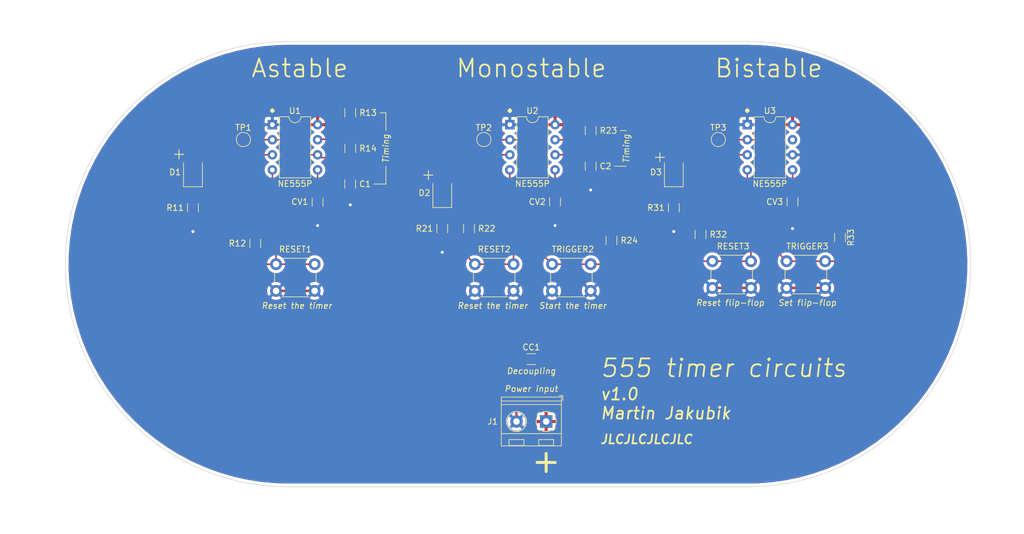
<source format=kicad_pcb>
(kicad_pcb (version 20171130) (host pcbnew "(5.1.8-0-10_14)")
  (title_block (title "555 timer circuits") (date 2021-01-01) (rev v1.0) (company "Martin Jakubik"))
  (layers (0 F.Cu signal) (31 B.Cu signal) (35 F.Paste user) (37 F.SilkS user) (38 B.Mask user) (39 F.Mask user) (44 Edge.Cuts user))
  (net 0 "")
  (net 1 ASTABLE_TRIGGER)
  (net 2 GND)
  (net 3 "Net-(C2-Pad2)")
  (net 4 "Net-(CV1-Pad1)")
  (net 5 "Net-(CV2-Pad1)")
  (net 6 "Net-(CV3-Pad1)")
  (net 7 ASTABLE_OUT)
  (net 8 "Net-(D1-Pad1)")
  (net 9 MONOSTABLE_OUT)
  (net 10 "Net-(D2-Pad1)")
  (net 11 BISTABLE_OUT)
  (net 12 "Net-(D3-Pad1)")
  (net 13 VCC)
  (net 14 ASTABLE_RESET)
  (net 15 "Net-(R13-Pad2)")
  (net 16 MONOSTABLE_RESET)
  (net 17 MONOSTABLE_TRIGGER)
  (net 18 BISTABLE_RESET)
  (net 19 BISTABLE_TRIGGER)
  (module Capacitor_SMD:C_1206_3216Metric_Pad1.33x1.80mm_HandSolder (layer F.Cu) (at 148.5 138.5)
    (fp_text reference CC1 (at 0 -2) (layer F.SilkS))
    (fp_text value 100n)
    (fp_line (start -0.711252 0.91) (end 0.711252 0.91) (layer F.SilkS) (width 0.12))
    (fp_line (start -0.711252 -0.91) (end 0.711252 -0.91) (layer F.SilkS) (width 0.12))
    (fp_text user Decoupling (at 0 2 180) (layer F.SilkS) (effects (font (thickness 0.15) italic)))
    (pad 2 smd roundrect (at 1.5625 0) (size 1.325 1.8) (layers F.Cu F.Paste F.Mask) (roundrect_rratio 0.188679) (net 13 VCC))
    (pad 1 smd roundrect (at -1.5625 0) (size 1.325 1.8) (layers F.Cu F.Paste F.Mask) (roundrect_rratio 0.188679) (net 2 GND))
  )
  (module Package_DIP:DIP-8_W7.62mm (layer F.Cu) (at 184.88 99)
    (fp_text reference U3 (at 3.81 -2.33) (layer F.SilkS))
    (fp_text value NE555P (at 3.81 9.95) (layer F.SilkS))
    (fp_line (start 6.46 -1.33) (end 4.81 -1.33) (layer F.SilkS) (width 0.12))
    (fp_line (start 6.46 8.95) (end 6.46 -1.33) (layer F.SilkS) (width 0.12))
    (fp_line (start 1.16 8.95) (end 6.46 8.95) (layer F.SilkS) (width 0.12))
    (fp_line (start 1.16 -1.33) (end 1.16 8.95) (layer F.SilkS) (width 0.12))
    (fp_line (start 2.81 -1.33) (end 1.16 -1.33) (layer F.SilkS) (width 0.12))
    (fp_arc (start 3.81 -1.33) (end 2.81 -1.33) (angle -180) (layer F.SilkS) (width 0.12))
    (fp_text user Bistable (at 3.62 -9.5) (layer F.SilkS) (effects (font (size 3 3) (thickness 0.3))))
    (fp_text user . (at 0 -4) (layer F.SilkS) (effects (font (size 4 4) (thickness 0.4))))
    (pad 8 thru_hole oval (at 7.62 0) (size 1.6 1.6) (drill 0.8) (layers *.Cu *.Mask) (net 13 VCC))
    (pad 4 thru_hole oval (at 0 7.62) (size 1.6 1.6) (drill 0.8) (layers *.Cu *.Mask) (net 18 BISTABLE_RESET))
    (pad 7 thru_hole oval (at 7.62 2.54) (size 1.6 1.6) (drill 0.8) (layers *.Cu *.Mask))
    (pad 3 thru_hole oval (at 0 5.08) (size 1.6 1.6) (drill 0.8) (layers *.Cu *.Mask) (net 11 BISTABLE_OUT))
    (pad 6 thru_hole oval (at 7.62 5.08) (size 1.6 1.6) (drill 0.8) (layers *.Cu *.Mask) (net 2 GND))
    (pad 2 thru_hole oval (at 0 2.54) (size 1.6 1.6) (drill 0.8) (layers *.Cu *.Mask) (net 19 BISTABLE_TRIGGER))
    (pad 5 thru_hole oval (at 7.62 7.62) (size 1.6 1.6) (drill 0.8) (layers *.Cu *.Mask) (net 6 "Net-(CV3-Pad1)"))
    (pad 1 thru_hole rect (at 0 0) (size 1.6 1.6) (drill 0.8) (layers *.Cu *.Mask) (net 2 GND))
  )
  (module Package_DIP:DIP-8_W7.62mm (layer F.Cu) (at 144.88 99)
    (fp_text reference U2 (at 3.81 -2.33) (layer F.SilkS))
    (fp_text value NE555P (at 3.81 9.95) (layer F.SilkS))
    (fp_line (start 6.46 -1.33) (end 4.81 -1.33) (layer F.SilkS) (width 0.12))
    (fp_line (start 6.46 8.95) (end 6.46 -1.33) (layer F.SilkS) (width 0.12))
    (fp_line (start 1.16 8.95) (end 6.46 8.95) (layer F.SilkS) (width 0.12))
    (fp_line (start 1.16 -1.33) (end 1.16 8.95) (layer F.SilkS) (width 0.12))
    (fp_line (start 2.81 -1.33) (end 1.16 -1.33) (layer F.SilkS) (width 0.12))
    (fp_arc (start 3.81 -1.33) (end 2.81 -1.33) (angle -180) (layer F.SilkS) (width 0.12))
    (fp_text user Monostable (at 3.62 -9.5) (layer F.SilkS) (effects (font (size 3 3) (thickness 0.3))))
    (fp_text user . (at 0 -4) (layer F.SilkS) (effects (font (size 4 4) (thickness 0.4))))
    (pad 8 thru_hole oval (at 7.62 0) (size 1.6 1.6) (drill 0.8) (layers *.Cu *.Mask) (net 13 VCC))
    (pad 4 thru_hole oval (at 0 7.62) (size 1.6 1.6) (drill 0.8) (layers *.Cu *.Mask) (net 16 MONOSTABLE_RESET))
    (pad 7 thru_hole oval (at 7.62 2.54) (size 1.6 1.6) (drill 0.8) (layers *.Cu *.Mask) (net 3 "Net-(C2-Pad2)"))
    (pad 3 thru_hole oval (at 0 5.08) (size 1.6 1.6) (drill 0.8) (layers *.Cu *.Mask) (net 9 MONOSTABLE_OUT))
    (pad 6 thru_hole oval (at 7.62 5.08) (size 1.6 1.6) (drill 0.8) (layers *.Cu *.Mask) (net 3 "Net-(C2-Pad2)"))
    (pad 2 thru_hole oval (at 0 2.54) (size 1.6 1.6) (drill 0.8) (layers *.Cu *.Mask) (net 17 MONOSTABLE_TRIGGER))
    (pad 5 thru_hole oval (at 7.62 7.62) (size 1.6 1.6) (drill 0.8) (layers *.Cu *.Mask) (net 5 "Net-(CV2-Pad1)"))
    (pad 1 thru_hole rect (at 0 0) (size 1.6 1.6) (drill 0.8) (layers *.Cu *.Mask) (net 2 GND))
  )
  (module Package_DIP:DIP-8_W7.62mm (layer F.Cu) (at 104.88 99)
    (fp_text reference U1 (at 3.81 -2.33) (layer F.SilkS))
    (fp_text value NE555P (at 3.81 9.95) (layer F.SilkS))
    (fp_line (start 6.46 -1.33) (end 4.81 -1.33) (layer F.SilkS) (width 0.12))
    (fp_line (start 6.46 8.95) (end 6.46 -1.33) (layer F.SilkS) (width 0.12))
    (fp_line (start 1.16 8.95) (end 6.46 8.95) (layer F.SilkS) (width 0.12))
    (fp_line (start 1.16 -1.33) (end 1.16 8.95) (layer F.SilkS) (width 0.12))
    (fp_line (start 2.81 -1.33) (end 1.16 -1.33) (layer F.SilkS) (width 0.12))
    (fp_arc (start 3.81 -1.33) (end 2.81 -1.33) (angle -180) (layer F.SilkS) (width 0.12))
    (fp_text user Astable (at 4.62 -9.5) (layer F.SilkS) (effects (font (size 3 3) (thickness 0.3))))
    (fp_text user . (at 0 -4) (layer F.SilkS) (effects (font (size 4 4) (thickness 0.4))))
    (pad 8 thru_hole oval (at 7.62 0) (size 1.6 1.6) (drill 0.8) (layers *.Cu *.Mask) (net 13 VCC))
    (pad 4 thru_hole oval (at 0 7.62) (size 1.6 1.6) (drill 0.8) (layers *.Cu *.Mask) (net 14 ASTABLE_RESET))
    (pad 7 thru_hole oval (at 7.62 2.54) (size 1.6 1.6) (drill 0.8) (layers *.Cu *.Mask) (net 15 "Net-(R13-Pad2)"))
    (pad 3 thru_hole oval (at 0 5.08) (size 1.6 1.6) (drill 0.8) (layers *.Cu *.Mask) (net 7 ASTABLE_OUT))
    (pad 6 thru_hole oval (at 7.62 5.08) (size 1.6 1.6) (drill 0.8) (layers *.Cu *.Mask) (net 1 ASTABLE_TRIGGER))
    (pad 2 thru_hole oval (at 0 2.54) (size 1.6 1.6) (drill 0.8) (layers *.Cu *.Mask) (net 1 ASTABLE_TRIGGER))
    (pad 5 thru_hole oval (at 7.62 7.62) (size 1.6 1.6) (drill 0.8) (layers *.Cu *.Mask) (net 4 "Net-(CV1-Pad1)"))
    (pad 1 thru_hole rect (at 0 0) (size 1.6 1.6) (drill 0.8) (layers *.Cu *.Mask) (net 2 GND))
  )
  (module Button_Switch_THT:SW_PUSH_6mm (layer F.Cu) (at 198 126.5 180)
    (fp_text reference TRIGGER3 (at 3 7) (layer F.SilkS))
    (fp_text value Push)
    (fp_line (start 6.75 3) (end 6.75 1.5) (layer F.SilkS) (width 0.12))
    (fp_line (start 5.5 -1) (end 1 -1) (layer F.SilkS) (width 0.12))
    (fp_line (start -0.25 1.5) (end -0.25 3) (layer F.SilkS) (width 0.12))
    (fp_line (start 1 5.5) (end 5.5 5.5) (layer F.SilkS) (width 0.12))
    (fp_text user "Set flip-flop" (at 3 -2.5 180) (layer F.SilkS) (effects (font (thickness 0.15) italic)))
    (pad 1 thru_hole circle (at 6.5 0 270) (size 2 2) (drill 1.1) (layers *.Cu *.Mask) (net 2 GND))
    (pad 2 thru_hole circle (at 6.5 4.5 270) (size 2 2) (drill 1.1) (layers *.Cu *.Mask) (net 19 BISTABLE_TRIGGER))
    (pad 1 thru_hole circle (at 0 0 270) (size 2 2) (drill 1.1) (layers *.Cu *.Mask) (net 2 GND))
    (pad 2 thru_hole circle (at 0 4.5 270) (size 2 2) (drill 1.1) (layers *.Cu *.Mask) (net 19 BISTABLE_TRIGGER))
  )
  (module Button_Switch_THT:SW_PUSH_6mm (layer F.Cu) (at 158.5 127 180)
    (fp_text reference TRIGGER2 (at 3 7) (layer F.SilkS))
    (fp_text value Push)
    (fp_line (start 6.75 3) (end 6.75 1.5) (layer F.SilkS) (width 0.12))
    (fp_line (start 5.5 -1) (end 1 -1) (layer F.SilkS) (width 0.12))
    (fp_line (start -0.25 1.5) (end -0.25 3) (layer F.SilkS) (width 0.12))
    (fp_line (start 1 5.5) (end 5.5 5.5) (layer F.SilkS) (width 0.12))
    (fp_text user "Start the timer" (at 3 -2.5 180) (layer F.SilkS) (effects (font (thickness 0.15) italic)))
    (pad 1 thru_hole circle (at 6.5 0 270) (size 2 2) (drill 1.1) (layers *.Cu *.Mask) (net 2 GND))
    (pad 2 thru_hole circle (at 6.5 4.5 270) (size 2 2) (drill 1.1) (layers *.Cu *.Mask) (net 17 MONOSTABLE_TRIGGER))
    (pad 1 thru_hole circle (at 0 0 270) (size 2 2) (drill 1.1) (layers *.Cu *.Mask) (net 2 GND))
    (pad 2 thru_hole circle (at 0 4.5 270) (size 2 2) (drill 1.1) (layers *.Cu *.Mask) (net 17 MONOSTABLE_TRIGGER))
  )
  (module TestPoint:TestPoint_Pad_D2.0mm (layer F.Cu) (at 180 101.5)
    (fp_text reference TP3 (at 0 -1.998) (layer F.SilkS))
    (fp_text value "Test point")
    (fp_circle (center 0 0) (end 0 1.2) (layer F.SilkS) (width 0.12))
    (pad 1 smd circle (at 0 0) (size 2 2) (layers F.Cu F.Mask) (net 19 BISTABLE_TRIGGER))
  )
  (module TestPoint:TestPoint_Pad_D2.0mm (layer F.Cu) (at 140.5 101.5)
    (fp_text reference TP2 (at 0 -1.998) (layer F.SilkS))
    (fp_text value "Test point")
    (fp_circle (center 0 0) (end 0 1.2) (layer F.SilkS) (width 0.12))
    (pad 1 smd circle (at 0 0) (size 2 2) (layers F.Cu F.Mask) (net 17 MONOSTABLE_TRIGGER))
  )
  (module TestPoint:TestPoint_Pad_D2.0mm (layer F.Cu) (at 100 101.5)
    (fp_text reference TP1 (at 0 -1.998) (layer F.SilkS))
    (fp_text value "Test point")
    (fp_circle (center 0 0) (end 0 1.2) (layer F.SilkS) (width 0.12))
    (pad 1 smd circle (at 0 0) (size 2 2) (layers F.Cu F.Mask) (net 1 ASTABLE_TRIGGER))
  )
  (module Button_Switch_THT:SW_PUSH_6mm (layer F.Cu) (at 185.5 126.5 180)
    (fp_text reference RESET3 (at 3 7) (layer F.SilkS))
    (fp_text value Push)
    (fp_line (start 6.75 3) (end 6.75 1.5) (layer F.SilkS) (width 0.12))
    (fp_line (start 5.5 -1) (end 1 -1) (layer F.SilkS) (width 0.12))
    (fp_line (start -0.25 1.5) (end -0.25 3) (layer F.SilkS) (width 0.12))
    (fp_line (start 1 5.5) (end 5.5 5.5) (layer F.SilkS) (width 0.12))
    (fp_text user "Reset flip-flop" (at 3.5 -2.5 180) (layer F.SilkS) (effects (font (thickness 0.15) italic)))
    (pad 1 thru_hole circle (at 6.5 0 270) (size 2 2) (drill 1.1) (layers *.Cu *.Mask) (net 2 GND))
    (pad 2 thru_hole circle (at 6.5 4.5 270) (size 2 2) (drill 1.1) (layers *.Cu *.Mask) (net 18 BISTABLE_RESET))
    (pad 1 thru_hole circle (at 0 0 270) (size 2 2) (drill 1.1) (layers *.Cu *.Mask) (net 2 GND))
    (pad 2 thru_hole circle (at 0 4.5 270) (size 2 2) (drill 1.1) (layers *.Cu *.Mask) (net 18 BISTABLE_RESET))
  )
  (module Button_Switch_THT:SW_PUSH_6mm (layer F.Cu) (at 145.5 127 180)
    (fp_text reference RESET2 (at 3.25 7) (layer F.SilkS))
    (fp_text value Push)
    (fp_line (start 6.75 3) (end 6.75 1.5) (layer F.SilkS) (width 0.12))
    (fp_line (start 5.5 -1) (end 1 -1) (layer F.SilkS) (width 0.12))
    (fp_line (start -0.25 1.5) (end -0.25 3) (layer F.SilkS) (width 0.12))
    (fp_line (start 1 5.5) (end 5.5 5.5) (layer F.SilkS) (width 0.12))
    (fp_text user "Reset the timer" (at 3.5 -2.5 180) (layer F.SilkS) (effects (font (thickness 0.15) italic)))
    (pad 1 thru_hole circle (at 6.5 0 270) (size 2 2) (drill 1.1) (layers *.Cu *.Mask) (net 2 GND))
    (pad 2 thru_hole circle (at 6.5 4.5 270) (size 2 2) (drill 1.1) (layers *.Cu *.Mask) (net 16 MONOSTABLE_RESET))
    (pad 1 thru_hole circle (at 0 0 270) (size 2 2) (drill 1.1) (layers *.Cu *.Mask) (net 2 GND))
    (pad 2 thru_hole circle (at 0 4.5 270) (size 2 2) (drill 1.1) (layers *.Cu *.Mask) (net 16 MONOSTABLE_RESET))
  )
  (module Button_Switch_THT:SW_PUSH_6mm (layer F.Cu) (at 112 127 180)
    (fp_text reference RESET1 (at 3.25 7) (layer F.SilkS))
    (fp_text value Push)
    (fp_line (start 6.75 3) (end 6.75 1.5) (layer F.SilkS) (width 0.12))
    (fp_line (start 5.5 -1) (end 1 -1) (layer F.SilkS) (width 0.12))
    (fp_line (start -0.25 1.5) (end -0.25 3) (layer F.SilkS) (width 0.12))
    (fp_line (start 1 5.5) (end 5.5 5.5) (layer F.SilkS) (width 0.12))
    (fp_text user "Reset the timer" (at 3 -2.5 180) (layer F.SilkS) (effects (font (thickness 0.15) italic)))
    (pad 1 thru_hole circle (at 6.5 0 270) (size 2 2) (drill 1.1) (layers *.Cu *.Mask) (net 2 GND))
    (pad 2 thru_hole circle (at 6.5 4.5 270) (size 2 2) (drill 1.1) (layers *.Cu *.Mask) (net 14 ASTABLE_RESET))
    (pad 1 thru_hole circle (at 0 0 270) (size 2 2) (drill 1.1) (layers *.Cu *.Mask) (net 2 GND))
    (pad 2 thru_hole circle (at 0 4.5 270) (size 2 2) (drill 1.1) (layers *.Cu *.Mask) (net 14 ASTABLE_RESET))
  )
  (module Resistor_SMD:R_1206_3216Metric_Pad1.30x1.75mm_HandSolder (layer F.Cu) (at 200.5 118 270)
    (fp_text reference R33 (at 0 -1.82 90) (layer F.SilkS))
    (fp_text value 100k)
    (fp_line (start -0.727064 0.91) (end 0.727064 0.91) (layer F.SilkS) (width 0.12))
    (fp_line (start -0.727064 -0.91) (end 0.727064 -0.91) (layer F.SilkS) (width 0.12))
    (pad 2 smd roundrect (at 1.55 0 270) (size 1.3 1.75) (layers F.Cu F.Paste F.Mask) (roundrect_rratio 0.192308) (net 19 BISTABLE_TRIGGER))
    (pad 1 smd roundrect (at -1.55 0 270) (size 1.3 1.75) (layers F.Cu F.Paste F.Mask) (roundrect_rratio 0.192308) (net 13 VCC))
  )
  (module Resistor_SMD:R_1206_3216Metric_Pad1.30x1.75mm_HandSolder (layer F.Cu) (at 177 117.5 270)
    (fp_text reference R32 (at 0 -3 180) (layer F.SilkS))
    (fp_text value 100k)
    (fp_line (start -0.727064 0.91) (end 0.727064 0.91) (layer F.SilkS) (width 0.12))
    (fp_line (start -0.727064 -0.91) (end 0.727064 -0.91) (layer F.SilkS) (width 0.12))
    (pad 2 smd roundrect (at 1.55 0 270) (size 1.3 1.75) (layers F.Cu F.Paste F.Mask) (roundrect_rratio 0.192308) (net 18 BISTABLE_RESET))
    (pad 1 smd roundrect (at -1.55 0 270) (size 1.3 1.75) (layers F.Cu F.Paste F.Mask) (roundrect_rratio 0.192308) (net 13 VCC))
  )
  (module Resistor_SMD:R_1206_3216Metric_Pad1.30x1.75mm_HandSolder (layer F.Cu) (at 172.5 113 270)
    (fp_text reference R31 (at 0 3 180) (layer F.SilkS))
    (fp_text value 1k)
    (fp_line (start -0.727064 0.91) (end 0.727064 0.91) (layer F.SilkS) (width 0.12))
    (fp_line (start -0.727064 -0.91) (end 0.727064 -0.91) (layer F.SilkS) (width 0.12))
    (pad 2 smd roundrect (at 1.55 0 270) (size 1.3 1.75) (layers F.Cu F.Paste F.Mask) (roundrect_rratio 0.192308) (net 2 GND))
    (pad 1 smd roundrect (at -1.55 0 270) (size 1.3 1.75) (layers F.Cu F.Paste F.Mask) (roundrect_rratio 0.192308) (net 12 "Net-(D3-Pad1)"))
  )
  (module Resistor_SMD:R_1206_3216Metric_Pad1.30x1.75mm_HandSolder (layer F.Cu) (at 162 118.5 270)
    (fp_text reference R24 (at 0 -3 180) (layer F.SilkS))
    (fp_text value 100k)
    (fp_line (start -0.727064 0.91) (end 0.727064 0.91) (layer F.SilkS) (width 0.12))
    (fp_line (start -0.727064 -0.91) (end 0.727064 -0.91) (layer F.SilkS) (width 0.12))
    (pad 2 smd roundrect (at 1.55 0 270) (size 1.3 1.75) (layers F.Cu F.Paste F.Mask) (roundrect_rratio 0.192308) (net 17 MONOSTABLE_TRIGGER))
    (pad 1 smd roundrect (at -1.55 0 270) (size 1.3 1.75) (layers F.Cu F.Paste F.Mask) (roundrect_rratio 0.192308) (net 13 VCC))
  )
  (module Resistor_SMD:R_1206_3216Metric_Pad1.30x1.75mm_HandSolder (layer F.Cu) (at 158.5 100 270)
    (fp_text reference R23 (at 0 -3 180) (layer F.SilkS))
    (fp_text value 100k)
    (fp_line (start -0.727064 0.91) (end 0.727064 0.91) (layer F.SilkS) (width 0.12))
    (fp_line (start -0.727064 -0.91) (end 0.727064 -0.91) (layer F.SilkS) (width 0.12))
    (fp_text user Timing (at 3 -6 270) (layer F.SilkS) (effects (font (thickness 0.15) italic)))
    (pad 2 smd roundrect (at 1.55 0 270) (size 1.3 1.75) (layers F.Cu F.Paste F.Mask) (roundrect_rratio 0.192308) (net 3 "Net-(C2-Pad2)"))
    (pad 1 smd roundrect (at -1.55 0 270) (size 1.3 1.75) (layers F.Cu F.Paste F.Mask) (roundrect_rratio 0.192308) (net 13 VCC))
  )
  (module Resistor_SMD:R_1206_3216Metric_Pad1.30x1.75mm_HandSolder (layer F.Cu) (at 138 116.5 270)
    (fp_text reference R22 (at 0 -3 180) (layer F.SilkS))
    (fp_text value 100k)
    (fp_line (start -0.727064 0.91) (end 0.727064 0.91) (layer F.SilkS) (width 0.12))
    (fp_line (start -0.727064 -0.91) (end 0.727064 -0.91) (layer F.SilkS) (width 0.12))
    (pad 2 smd roundrect (at 1.55 0 270) (size 1.3 1.75) (layers F.Cu F.Paste F.Mask) (roundrect_rratio 0.192308) (net 16 MONOSTABLE_RESET))
    (pad 1 smd roundrect (at -1.55 0 270) (size 1.3 1.75) (layers F.Cu F.Paste F.Mask) (roundrect_rratio 0.192308) (net 13 VCC))
  )
  (module Resistor_SMD:R_1206_3216Metric_Pad1.30x1.75mm_HandSolder (layer F.Cu) (at 133.5 116.5 270)
    (fp_text reference R21 (at 0 3 180) (layer F.SilkS))
    (fp_text value 1k)
    (fp_line (start -0.727064 0.91) (end 0.727064 0.91) (layer F.SilkS) (width 0.12))
    (fp_line (start -0.727064 -0.91) (end 0.727064 -0.91) (layer F.SilkS) (width 0.12))
    (pad 2 smd roundrect (at 1.55 0 270) (size 1.3 1.75) (layers F.Cu F.Paste F.Mask) (roundrect_rratio 0.192308) (net 2 GND))
    (pad 1 smd roundrect (at -1.55 0 270) (size 1.3 1.75) (layers F.Cu F.Paste F.Mask) (roundrect_rratio 0.192308) (net 10 "Net-(D2-Pad1)"))
  )
  (module Resistor_SMD:R_1206_3216Metric_Pad1.30x1.75mm_HandSolder (layer F.Cu) (at 118 103 270)
    (fp_text reference R14 (at 0 -3 180) (layer F.SilkS))
    (fp_text value 100k)
    (fp_line (start -0.727064 0.91) (end 0.727064 0.91) (layer F.SilkS) (width 0.12))
    (fp_line (start -0.727064 -0.91) (end 0.727064 -0.91) (layer F.SilkS) (width 0.12))
    (fp_text user Timing (at 0 -6 270) (layer F.SilkS) (effects (font (thickness 0.15) italic)))
    (pad 2 smd roundrect (at 1.55 0 270) (size 1.3 1.75) (layers F.Cu F.Paste F.Mask) (roundrect_rratio 0.192308) (net 1 ASTABLE_TRIGGER))
    (pad 1 smd roundrect (at -1.55 0 270) (size 1.3 1.75) (layers F.Cu F.Paste F.Mask) (roundrect_rratio 0.192308) (net 15 "Net-(R13-Pad2)"))
  )
  (module Resistor_SMD:R_1206_3216Metric_Pad1.30x1.75mm_HandSolder (layer F.Cu) (at 118 97 270)
    (fp_text reference R13 (at 0 -3 180) (layer F.SilkS))
    (fp_text value 10k)
    (fp_line (start -0.727064 0.91) (end 0.727064 0.91) (layer F.SilkS) (width 0.12))
    (fp_line (start -0.727064 -0.91) (end 0.727064 -0.91) (layer F.SilkS) (width 0.12))
    (pad 2 smd roundrect (at 1.55 0 270) (size 1.3 1.75) (layers F.Cu F.Paste F.Mask) (roundrect_rratio 0.192308) (net 15 "Net-(R13-Pad2)"))
    (pad 1 smd roundrect (at -1.55 0 270) (size 1.3 1.75) (layers F.Cu F.Paste F.Mask) (roundrect_rratio 0.192308) (net 13 VCC))
  )
  (module Resistor_SMD:R_1206_3216Metric_Pad1.30x1.75mm_HandSolder (layer F.Cu) (at 102 119 270)
    (fp_text reference R12 (at 0 3 180) (layer F.SilkS))
    (fp_text value 100k)
    (fp_line (start -0.727064 0.91) (end 0.727064 0.91) (layer F.SilkS) (width 0.12))
    (fp_line (start -0.727064 -0.91) (end 0.727064 -0.91) (layer F.SilkS) (width 0.12))
    (pad 2 smd roundrect (at 1.55 0 270) (size 1.3 1.75) (layers F.Cu F.Paste F.Mask) (roundrect_rratio 0.192308) (net 14 ASTABLE_RESET))
    (pad 1 smd roundrect (at -1.55 0 270) (size 1.3 1.75) (layers F.Cu F.Paste F.Mask) (roundrect_rratio 0.192308) (net 13 VCC))
  )
  (module Resistor_SMD:R_1206_3216Metric_Pad1.30x1.75mm_HandSolder (layer F.Cu) (at 91.5 113 270)
    (fp_text reference R11 (at 0 3 180) (layer F.SilkS))
    (fp_text value 1k)
    (fp_line (start -0.727064 0.91) (end 0.727064 0.91) (layer F.SilkS) (width 0.12))
    (fp_line (start -0.727064 -0.91) (end 0.727064 -0.91) (layer F.SilkS) (width 0.12))
    (pad 2 smd roundrect (at 1.55 0 270) (size 1.3 1.75) (layers F.Cu F.Paste F.Mask) (roundrect_rratio 0.192308) (net 2 GND))
    (pad 1 smd roundrect (at -1.55 0 270) (size 1.3 1.75) (layers F.Cu F.Paste F.Mask) (roundrect_rratio 0.192308) (net 8 "Net-(D1-Pad1)"))
  )
  (module TerminalBlock_RND:TerminalBlock_RND_205-00045_1x02_P5.00mm_Horizontal (layer F.Cu) (at 151 149 180)
    (fp_text reference J1 (at 9 0) (layer F.SilkS))
    (fp_text value "Screw terminal")
    (fp_line (start -2.8 4.35) (end -2.2 4.35) (layer F.SilkS) (width 0.12))
    (fp_line (start -2.8 3.51) (end -2.8 4.35) (layer F.SilkS) (width 0.12))
    (fp_line (start 6.25 -4.05) (end 6.25 -3.05) (layer F.SilkS) (width 0.12))
    (fp_line (start 3.75 -4.05) (end 3.75 -3.05) (layer F.SilkS) (width 0.12))
    (fp_line (start 3.75 -3.05) (end 6.25 -3.05) (layer F.SilkS) (width 0.12))
    (fp_line (start 3.75 -4.05) (end 6.25 -4.05) (layer F.SilkS) (width 0.12))
    (fp_line (start 3.972 0.823) (end 3.726 1.069) (layer F.SilkS) (width 0.12))
    (fp_line (start 6.07 -1.275) (end 5.859 -1.064) (layer F.SilkS) (width 0.12))
    (fp_line (start 4.13 1.075) (end 3.931 1.274) (layer F.SilkS) (width 0.12))
    (fp_line (start 6.275 -1.069) (end 6.029 -0.823) (layer F.SilkS) (width 0.12))
    (fp_line (start 1.25 -4.05) (end 1.25 -3.05) (layer F.SilkS) (width 0.12))
    (fp_line (start -1.25 -4.05) (end -1.25 -3.05) (layer F.SilkS) (width 0.12))
    (fp_line (start -1.25 -3.05) (end 1.25 -3.05) (layer F.SilkS) (width 0.12))
    (fp_line (start -1.25 -4.05) (end 1.25 -4.05) (layer F.SilkS) (width 0.12))
    (fp_line (start 7.56 -4.11) (end 7.56 4.11) (layer F.SilkS) (width 0.12))
    (fp_line (start -2.56 -4.11) (end -2.56 4.11) (layer F.SilkS) (width 0.12))
    (fp_line (start -2.56 4.11) (end 7.56 4.11) (layer F.SilkS) (width 0.12))
    (fp_line (start -2.56 -4.11) (end 7.56 -4.11) (layer F.SilkS) (width 0.12))
    (fp_line (start -2.56 -2.05) (end 7.56 -2.05) (layer F.SilkS) (width 0.12))
    (fp_line (start -2.56 2.85) (end 7.56 2.85) (layer F.SilkS) (width 0.12))
    (fp_line (start -2.56 3.45) (end 7.56 3.45) (layer F.SilkS) (width 0.12))
    (fp_circle (center 5 0) (end 6.68 0) (layer F.SilkS) (width 0.12))
    (fp_arc (start 0 0) (end -1.081 1.287) (angle -41) (layer F.SilkS) (width 0.12))
    (fp_arc (start 0 0) (end -1.287 -1.081) (angle -80) (layer F.SilkS) (width 0.12))
    (fp_arc (start 0 0) (end 1.08 -1.287) (angle -80) (layer F.SilkS) (width 0.12))
    (fp_arc (start 0 0) (end 1.287 1.08) (angle -80) (layer F.SilkS) (width 0.12))
    (fp_arc (start 0 0) (end 0 1.68) (angle -40) (layer F.SilkS) (width 0.12))
    (fp_text user "Power input" (at 2.5 5.5) (layer F.SilkS) (effects (font (thickness 0.15) italic)))
    (fp_text user + (at 0.3 -6.9 270) (layer F.SilkS) (effects (font (size 4 4) (thickness 0.5))))
    (pad 2 thru_hole circle (at 5 0 180) (size 2.1 2.1) (drill 1.1) (layers *.Cu *.Mask) (net 2 GND))
    (pad 1 thru_hole rect (at 0 0 180) (size 2.1 2.1) (drill 1.1) (layers *.Cu *.Mask) (net 13 VCC))
  )
  (module LED_SMD:LED_1210_3225Metric_Pad1.42x2.65mm_HandSolder (layer F.Cu) (at 172.5 107 90)
    (fp_text reference D3 (at 0 -3 180) (layer F.SilkS))
    (fp_text value LED)
    (fp_line (start -2.46 1.585) (end 1.6 1.585) (layer F.SilkS) (width 0.12))
    (fp_line (start -2.46 -1.585) (end -2.46 1.585) (layer F.SilkS) (width 0.12))
    (fp_line (start 1.6 -1.585) (end -2.46 -1.585) (layer F.SilkS) (width 0.12))
    (fp_text user + (at 2.5 -2.5 90) (layer F.SilkS) (effects (font (size 2 2))))
    (pad 2 smd roundrect (at 1.4875 0 90) (size 1.425 2.65) (layers F.Cu F.Paste F.Mask) (roundrect_rratio 0.175439) (net 11 BISTABLE_OUT))
    (pad 1 smd roundrect (at -1.4875 0 90) (size 1.425 2.65) (layers F.Cu F.Paste F.Mask) (roundrect_rratio 0.175439) (net 12 "Net-(D3-Pad1)"))
  )
  (module LED_SMD:LED_1210_3225Metric_Pad1.42x2.65mm_HandSolder (layer F.Cu) (at 133.5 110.5 90)
    (fp_text reference D2 (at 0 -3 180) (layer F.SilkS))
    (fp_text value LED)
    (fp_line (start -2.46 1.585) (end 1.6 1.585) (layer F.SilkS) (width 0.12))
    (fp_line (start -2.46 -1.585) (end -2.46 1.585) (layer F.SilkS) (width 0.12))
    (fp_line (start 1.6 -1.585) (end -2.46 -1.585) (layer F.SilkS) (width 0.12))
    (fp_text user + (at 3 -2.5 90) (layer F.SilkS) (effects (font (size 2 2))))
    (pad 2 smd roundrect (at 1.4875 0 90) (size 1.425 2.65) (layers F.Cu F.Paste F.Mask) (roundrect_rratio 0.175439) (net 9 MONOSTABLE_OUT))
    (pad 1 smd roundrect (at -1.4875 0 90) (size 1.425 2.65) (layers F.Cu F.Paste F.Mask) (roundrect_rratio 0.175439) (net 10 "Net-(D2-Pad1)"))
  )
  (module LED_SMD:LED_1210_3225Metric_Pad1.42x2.65mm_HandSolder (layer F.Cu) (at 91.5 107 90)
    (fp_text reference D1 (at 0 -3 180) (layer F.SilkS))
    (fp_text value LED)
    (fp_line (start -2.46 1.585) (end 1.6 1.585) (layer F.SilkS) (width 0.12))
    (fp_line (start -2.46 -1.585) (end -2.46 1.585) (layer F.SilkS) (width 0.12))
    (fp_line (start 1.6 -1.585) (end -2.46 -1.585) (layer F.SilkS) (width 0.12))
    (fp_text user + (at 3 -2.5 90) (layer F.SilkS) (effects (font (size 2 2))))
    (pad 2 smd roundrect (at 1.4875 0 90) (size 1.425 2.65) (layers F.Cu F.Paste F.Mask) (roundrect_rratio 0.175439) (net 7 ASTABLE_OUT))
    (pad 1 smd roundrect (at -1.4875 0 90) (size 1.425 2.65) (layers F.Cu F.Paste F.Mask) (roundrect_rratio 0.175439) (net 8 "Net-(D1-Pad1)"))
  )
  (module Capacitor_SMD:C_1206_3216Metric_Pad1.33x1.80mm_HandSolder (layer F.Cu) (at 192.5 112 270)
    (fp_text reference CV3 (at 0 3) (layer F.SilkS))
    (fp_text value 10n)
    (fp_line (start -0.711252 0.91) (end 0.711252 0.91) (layer F.SilkS) (width 0.12))
    (fp_line (start -0.711252 -0.91) (end 0.711252 -0.91) (layer F.SilkS) (width 0.12))
    (pad 2 smd roundrect (at 1.5625 0 270) (size 1.325 1.8) (layers F.Cu F.Paste F.Mask) (roundrect_rratio 0.188679) (net 2 GND))
    (pad 1 smd roundrect (at -1.5625 0 270) (size 1.325 1.8) (layers F.Cu F.Paste F.Mask) (roundrect_rratio 0.188679) (net 6 "Net-(CV3-Pad1)"))
  )
  (module Capacitor_SMD:C_1206_3216Metric_Pad1.33x1.80mm_HandSolder (layer F.Cu) (at 152.5 112 270)
    (fp_text reference CV2 (at 0 3 180) (layer F.SilkS))
    (fp_text value 10n)
    (fp_line (start -0.711252 0.91) (end 0.711252 0.91) (layer F.SilkS) (width 0.12))
    (fp_line (start -0.711252 -0.91) (end 0.711252 -0.91) (layer F.SilkS) (width 0.12))
    (pad 2 smd roundrect (at 1.5625 0 270) (size 1.325 1.8) (layers F.Cu F.Paste F.Mask) (roundrect_rratio 0.188679) (net 2 GND))
    (pad 1 smd roundrect (at -1.5625 0 270) (size 1.325 1.8) (layers F.Cu F.Paste F.Mask) (roundrect_rratio 0.188679) (net 5 "Net-(CV2-Pad1)"))
  )
  (module Capacitor_SMD:C_1206_3216Metric_Pad1.33x1.80mm_HandSolder (layer F.Cu) (at 112.5 112.0625 270)
    (fp_text reference CV1 (at -0.0625 3 180) (layer F.SilkS))
    (fp_text value 10n)
    (fp_line (start -0.711252 0.91) (end 0.711252 0.91) (layer F.SilkS) (width 0.12))
    (fp_line (start -0.711252 -0.91) (end 0.711252 -0.91) (layer F.SilkS) (width 0.12))
    (pad 2 smd roundrect (at 1.5625 0 270) (size 1.325 1.8) (layers F.Cu F.Paste F.Mask) (roundrect_rratio 0.188679) (net 2 GND))
    (pad 1 smd roundrect (at -1.5625 0 270) (size 1.325 1.8) (layers F.Cu F.Paste F.Mask) (roundrect_rratio 0.188679) (net 4 "Net-(CV1-Pad1)"))
  )
  (module Capacitor_SMD:C_1206_3216Metric_Pad1.33x1.80mm_HandSolder (layer F.Cu) (at 158.5 106 90)
    (fp_text reference C2 (at 0 2.5 180) (layer F.SilkS))
    (fp_text value 4.7u)
    (fp_line (start -0.711252 0.91) (end 0.711252 0.91) (layer F.SilkS) (width 0.12))
    (fp_line (start -0.711252 -0.91) (end 0.711252 -0.91) (layer F.SilkS) (width 0.12))
    (pad 2 smd roundrect (at 1.5625 0 90) (size 1.325 1.8) (layers F.Cu F.Paste F.Mask) (roundrect_rratio 0.188679) (net 3 "Net-(C2-Pad2)"))
    (pad 1 smd roundrect (at -1.5625 0 90) (size 1.325 1.8) (layers F.Cu F.Paste F.Mask) (roundrect_rratio 0.188679) (net 2 GND))
  )
  (module Capacitor_SMD:C_1206_3216Metric_Pad1.33x1.80mm_HandSolder (layer F.Cu) (at 118 109 90)
    (fp_text reference C1 (at 0 2.5 180) (layer F.SilkS))
    (fp_text value 4.7u)
    (fp_line (start -0.711252 0.91) (end 0.711252 0.91) (layer F.SilkS) (width 0.12))
    (fp_line (start -0.711252 -0.91) (end 0.711252 -0.91) (layer F.SilkS) (width 0.12))
    (pad 2 smd roundrect (at 1.5625 0 90) (size 1.325 1.8) (layers F.Cu F.Paste F.Mask) (roundrect_rratio 0.188679) (net 1 ASTABLE_TRIGGER))
    (pad 1 smd roundrect (at -1.5625 0 90) (size 1.325 1.8) (layers F.Cu F.Paste F.Mask) (roundrect_rratio 0.188679) (net 2 GND))
  )
  (gr_text JLCJLCJLCJLC (at 160 152) (layer F.SilkS) (effects (font (size 1.5 1.5) (thickness 0.3) italic) (justify left)))
  (gr_text "v1.0\nMartin Jakubik" (at 160 146) (layer F.SilkS) (effects (font (size 2 2) (thickness 0.3) italic) (justify left)))
  (gr_text "555 timer circuits" (at 160 140) (layer F.SilkS) (effects (font (size 3 3) (thickness 0.3) italic) (justify left)))
  (gr_line (start 164.5 106) (end 162.5 106) (layer F.SilkS) (width 0.12))
  (gr_line (start 163.5 100) (end 164.5 100) (layer F.SilkS) (width 0.12))
  (gr_line (start 124 109) (end 122 109) (layer F.SilkS) (width 0.12))
  (gr_line (start 124 106) (end 124 109) (layer F.SilkS) (width 0.12))
  (gr_line (start 124 97) (end 123 97) (layer F.SilkS) (width 0.12))
  (gr_line (start 124 100) (end 124 97) (layer F.SilkS) (width 0.12))
  (gr_arc (start 107.5 122.5) (end 107.5 85) (angle -180) (layer Edge.Cuts) (width 0.1))
  (gr_arc (start 185 122.5) (end 185 160) (angle -180) (layer Edge.Cuts) (width 0.1))
  (gr_line (start 107.5 85) (end 185 85) (layer Edge.Cuts) (width 0.1))
  (gr_line (start 185 160) (end 107.5 160) (layer Edge.Cuts) (width 0.1))
  (segment (start 118 104.55) (end 118 107.4375) (width 0.25) (layer F.Cu) (net 1))
  (segment (start 112.97 104.55) (end 112.5 104.08) (width 0.25) (layer F.Cu) (net 1))
  (segment (start 118 104.55) (end 112.97 104.55) (width 0.25) (layer F.Cu) (net 1))
  (segment (start 112.5 104.08) (end 110.08 104.08) (width 0.25) (layer F.Cu) (net 1))
  (segment (start 107.54 101.54) (end 104.88 101.54) (width 0.25) (layer F.Cu) (net 1))
  (segment (start 110.08 104.08) (end 107.54 101.54) (width 0.25) (layer F.Cu) (net 1))
  (segment (start 100.04 101.54) (end 100 101.5) (width 0.25) (layer F.Cu) (net 1))
  (segment (start 104.88 101.54) (end 100.04 101.54) (width 0.25) (layer F.Cu) (net 1))
  (segment (start 146 139.4375) (end 146.9375 138.5) (width 0.4) (layer F.Cu) (net 2))
  (segment (start 146 149) (end 146 139.4375) (width 0.4) (layer F.Cu) (net 2))
  (segment (start 112 127) (end 105.5 127) (width 0.4) (layer F.Cu) (net 2))
  (segment (start 185.5 126.5) (end 179 126.5) (width 0.4) (layer F.Cu) (net 2))
  (segment (start 191.5 126.5) (end 198 126.5) (width 0.4) (layer F.Cu) (net 2))
  (via (at 91.5 117) (size 1) (drill 0.5) (layers F.Cu B.Cu) (net 2))
  (segment (start 91.5 114.55) (end 91.5 117) (width 0.4) (layer F.Cu) (net 2))
  (via (at 112.5 116) (size 1) (drill 0.5) (layers F.Cu B.Cu) (net 2))
  (segment (start 112.5 113.625) (end 112.5 116) (width 0.4) (layer F.Cu) (net 2))
  (via (at 118 112.5) (size 1) (drill 0.5) (layers F.Cu B.Cu) (net 2))
  (segment (start 118 110.5625) (end 118 112.5) (width 0.4) (layer F.Cu) (net 2))
  (via (at 133.5 120.5) (size 1) (drill 0.5) (layers F.Cu B.Cu) (net 2))
  (segment (start 133.5 118.05) (end 133.5 120.5) (width 0.4) (layer F.Cu) (net 2))
  (via (at 152.5 116) (size 1) (drill 0.5) (layers F.Cu B.Cu) (net 2))
  (segment (start 152.5 113.5625) (end 152.5 116) (width 0.4) (layer F.Cu) (net 2))
  (via (at 158.5 110) (size 1) (drill 0.5) (layers F.Cu B.Cu) (net 2))
  (segment (start 158.5 107.5625) (end 158.5 110) (width 0.4) (layer F.Cu) (net 2))
  (via (at 172.5 117) (size 1) (drill 0.5) (layers F.Cu B.Cu) (net 2))
  (segment (start 172.5 114.55) (end 172.5 117) (width 0.4) (layer F.Cu) (net 2))
  (via (at 192.5 116.5) (size 1) (drill 0.5) (layers F.Cu B.Cu) (net 2))
  (segment (start 192.5 113.5625) (end 192.5 116.5) (width 0.4) (layer F.Cu) (net 2))
  (segment (start 158.5 104.4375) (end 158.5 101.55) (width 0.25) (layer F.Cu) (net 3))
  (segment (start 158.49 101.54) (end 158.5 101.55) (width 0.25) (layer F.Cu) (net 3))
  (segment (start 152.5 101.54) (end 158.49 101.54) (width 0.25) (layer F.Cu) (net 3))
  (segment (start 158.1425 104.08) (end 158.5 104.4375) (width 0.25) (layer F.Cu) (net 3))
  (segment (start 152.5 104.08) (end 158.1425 104.08) (width 0.25) (layer F.Cu) (net 3))
  (segment (start 112.5 106.62) (end 112.5 110.5) (width 0.25) (layer F.Cu) (net 4))
  (segment (start 152.5 106.62) (end 152.5 110.4375) (width 0.25) (layer F.Cu) (net 5))
  (segment (start 192.5 106.62) (end 192.5 110.4375) (width 0.25) (layer F.Cu) (net 6))
  (segment (start 92.9325 104.08) (end 91.5 105.5125) (width 0.25) (layer F.Cu) (net 7))
  (segment (start 104.88 104.08) (end 92.9325 104.08) (width 0.25) (layer F.Cu) (net 7))
  (segment (start 91.5 108.4875) (end 91.5 111.45) (width 0.25) (layer F.Cu) (net 8))
  (segment (start 144.88 104.08) (end 135.92 104.08) (width 0.25) (layer F.Cu) (net 9))
  (segment (start 133.5 106.5) (end 133.5 109.0125) (width 0.25) (layer F.Cu) (net 9))
  (segment (start 135.92 104.08) (end 133.5 106.5) (width 0.25) (layer F.Cu) (net 9))
  (segment (start 133.5 111.9875) (end 133.5 114.95) (width 0.25) (layer F.Cu) (net 10))
  (segment (start 173.9325 104.08) (end 172.5 105.5125) (width 0.25) (layer F.Cu) (net 11))
  (segment (start 184.88 104.08) (end 173.9325 104.08) (width 0.25) (layer F.Cu) (net 11))
  (segment (start 172.5 108.4875) (end 172.5 111.45) (width 0.25) (layer F.Cu) (net 12))
  (segment (start 151 139.4375) (end 150.0625 138.5) (width 0.4) (layer F.Cu) (net 13))
  (segment (start 151 149) (end 151 139.4375) (width 0.4) (layer F.Cu) (net 13))
  (segment (start 104.88 106.62) (end 104.88 112.88) (width 0.25) (layer F.Cu) (net 14))
  (segment (start 105.5 113.5) (end 105.5 122.5) (width 0.25) (layer F.Cu) (net 14))
  (segment (start 104.88 112.88) (end 105.5 113.5) (width 0.25) (layer F.Cu) (net 14))
  (segment (start 103.95 122.5) (end 102 120.55) (width 0.25) (layer F.Cu) (net 14))
  (segment (start 105.5 122.5) (end 103.95 122.5) (width 0.25) (layer F.Cu) (net 14))
  (segment (start 112 122.5) (end 105.5 122.5) (width 0.25) (layer F.Cu) (net 14))
  (segment (start 118 98.55) (end 118 101.45) (width 0.25) (layer F.Cu) (net 15))
  (segment (start 112.59 101.45) (end 112.5 101.54) (width 0.25) (layer F.Cu) (net 15))
  (segment (start 118 101.45) (end 112.59 101.45) (width 0.25) (layer F.Cu) (net 15))
  (segment (start 138.000001 121.500001) (end 139 122.5) (width 0.25) (layer F.Cu) (net 16))
  (segment (start 138 118.05) (end 138.000001 121.500001) (width 0.25) (layer F.Cu) (net 16))
  (segment (start 139 122.5) (end 145.5 122.5) (width 0.25) (layer F.Cu) (net 16))
  (segment (start 144.88 106.62) (end 144.88 112.88) (width 0.25) (layer F.Cu) (net 16))
  (segment (start 145.5 113.5) (end 145.5 122.5) (width 0.25) (layer F.Cu) (net 16))
  (segment (start 144.88 112.88) (end 145.5 113.5) (width 0.25) (layer F.Cu) (net 16))
  (segment (start 152 122.5) (end 158.5 122.5) (width 0.25) (layer F.Cu) (net 17))
  (segment (start 158.5 122.5) (end 160.5 122.5) (width 0.25) (layer F.Cu) (net 17))
  (segment (start 162 121) (end 162 120.05) (width 0.25) (layer F.Cu) (net 17))
  (segment (start 160.5 122.5) (end 162 121) (width 0.25) (layer F.Cu) (net 17))
  (segment (start 140.54 101.54) (end 140.5 101.5) (width 0.25) (layer F.Cu) (net 17))
  (segment (start 144.88 101.54) (end 140.54 101.54) (width 0.25) (layer F.Cu) (net 17))
  (segment (start 144.88 101.54) (end 148.04 101.54) (width 0.25) (layer F.Cu) (net 17))
  (segment (start 148.04 101.54) (end 149.5 103) (width 0.25) (layer F.Cu) (net 17))
  (segment (start 149.5 120) (end 152 122.5) (width 0.25) (layer F.Cu) (net 17))
  (segment (start 149.5 103) (end 149.5 120) (width 0.25) (layer F.Cu) (net 17))
  (segment (start 177 119.05) (end 177 121.5) (width 0.25) (layer F.Cu) (net 18))
  (segment (start 177.5 122) (end 179 122) (width 0.25) (layer F.Cu) (net 18))
  (segment (start 177 121.5) (end 177.5 122) (width 0.25) (layer F.Cu) (net 18))
  (segment (start 179 122) (end 185.5 122) (width 0.25) (layer F.Cu) (net 18))
  (segment (start 184.88 106.62) (end 184.88 113.88) (width 0.25) (layer F.Cu) (net 18))
  (segment (start 185.5 114.5) (end 185.5 122) (width 0.25) (layer F.Cu) (net 18))
  (segment (start 184.88 113.88) (end 185.5 114.5) (width 0.25) (layer F.Cu) (net 18))
  (segment (start 180.04 101.54) (end 180 101.5) (width 0.25) (layer F.Cu) (net 19))
  (segment (start 184.88 101.54) (end 180.04 101.54) (width 0.25) (layer F.Cu) (net 19))
  (segment (start 191.5 122) (end 198 122) (width 0.25) (layer F.Cu) (net 19))
  (segment (start 198 122) (end 199.5 122) (width 0.25) (layer F.Cu) (net 19))
  (segment (start 199.5 122) (end 200.5 121) (width 0.25) (layer F.Cu) (net 19))
  (segment (start 200.5 121) (end 200.5 119.55) (width 0.25) (layer F.Cu) (net 19))
  (segment (start 184.88 101.54) (end 187.54 101.54) (width 0.25) (layer F.Cu) (net 19))
  (segment (start 187.54 101.54) (end 189.5 103.5) (width 0.25) (layer F.Cu) (net 19))
  (segment (start 189.5 120) (end 191.5 122) (width 0.25) (layer F.Cu) (net 19))
  (segment (start 189.5 103.5) (end 189.5 120) (width 0.25) (layer F.Cu) (net 19))
  (zone (net 2) (net_name GND) (layer B.Cu) (connect_pads (clearance 0.508)) (min_thickness 0.254) (fill yes (arc_segments 32) (thermal_gap 0.508) (thermal_bridge_width 0.508))
    (polygon (pts (xy 231.5 128.5) (xy 210 162) (xy 115 168) (xy 59.5 149.5) (xy 67 82.5) (xy 67 82) (xy 227 82)))
  )
  (zone (net 13) (net_name VCC) (layer F.Cu) (connect_pads (clearance 0.508)) (min_thickness 0.254) (fill yes (arc_segments 32) (thermal_gap 0.508) (thermal_bridge_width 0.508))
    (polygon (pts (xy 215 83.5) (xy 229 126.5) (xy 203 165.5) (xy 73.5 162) (xy 59 119.5) (xy 71.5 97) (xy 81.5 88) (xy 105 78)))
  )
)
</source>
